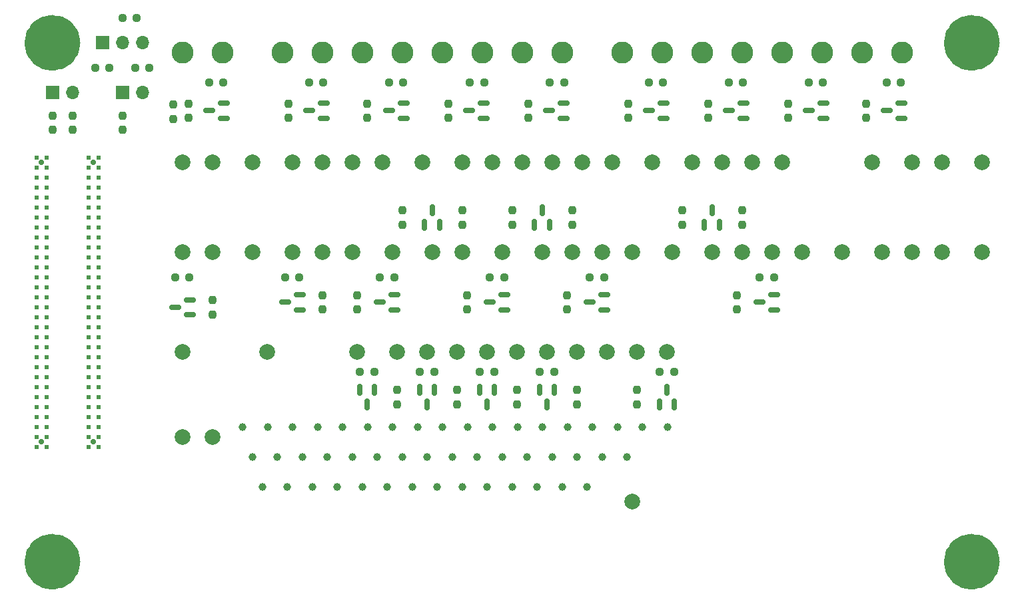
<source format=gbr>
%TF.GenerationSoftware,KiCad,Pcbnew,(6.0.5)*%
%TF.CreationDate,2023-01-12T09:35:21-05:00*%
%TF.ProjectId,breakout,62726561-6b6f-4757-942e-6b696361645f,rev?*%
%TF.SameCoordinates,Original*%
%TF.FileFunction,Soldermask,Bot*%
%TF.FilePolarity,Negative*%
%FSLAX46Y46*%
G04 Gerber Fmt 4.6, Leading zero omitted, Abs format (unit mm)*
G04 Created by KiCad (PCBNEW (6.0.5)) date 2023-01-12 09:35:21*
%MOMM*%
%LPD*%
G01*
G04 APERTURE LIST*
G04 Aperture macros list*
%AMRoundRect*
0 Rectangle with rounded corners*
0 $1 Rounding radius*
0 $2 $3 $4 $5 $6 $7 $8 $9 X,Y pos of 4 corners*
0 Add a 4 corners polygon primitive as box body*
4,1,4,$2,$3,$4,$5,$6,$7,$8,$9,$2,$3,0*
0 Add four circle primitives for the rounded corners*
1,1,$1+$1,$2,$3*
1,1,$1+$1,$4,$5*
1,1,$1+$1,$6,$7*
1,1,$1+$1,$8,$9*
0 Add four rect primitives between the rounded corners*
20,1,$1+$1,$2,$3,$4,$5,0*
20,1,$1+$1,$4,$5,$6,$7,0*
20,1,$1+$1,$6,$7,$8,$9,0*
20,1,$1+$1,$8,$9,$2,$3,0*%
G04 Aperture macros list end*
%ADD10C,3.556000*%
%ADD11C,0.609600*%
%ADD12C,0.740000*%
%ADD13C,2.000000*%
%ADD14C,1.000000*%
%ADD15C,2.800000*%
%ADD16R,1.700000X1.700000*%
%ADD17O,1.700000X1.700000*%
%ADD18C,3.200000*%
%ADD19RoundRect,0.237500X-0.250000X-0.237500X0.250000X-0.237500X0.250000X0.237500X-0.250000X0.237500X0*%
%ADD20RoundRect,0.237500X0.237500X-0.250000X0.237500X0.250000X-0.237500X0.250000X-0.237500X-0.250000X0*%
%ADD21RoundRect,0.237500X0.250000X0.237500X-0.250000X0.237500X-0.250000X-0.237500X0.250000X-0.237500X0*%
%ADD22RoundRect,0.237500X-0.237500X0.250000X-0.237500X-0.250000X0.237500X-0.250000X0.237500X0.250000X0*%
%ADD23RoundRect,0.150000X-0.150000X0.587500X-0.150000X-0.587500X0.150000X-0.587500X0.150000X0.587500X0*%
%ADD24RoundRect,0.150000X0.150000X-0.587500X0.150000X0.587500X-0.150000X0.587500X-0.150000X-0.587500X0*%
%ADD25RoundRect,0.150000X0.587500X0.150000X-0.587500X0.150000X-0.587500X-0.150000X0.587500X-0.150000X0*%
G04 APERTURE END LIST*
D10*
X184658000Y-132080000D02*
G75*
G03*
X184658000Y-132080000I-1778000J0D01*
G01*
X67818000Y-66040000D02*
G75*
G03*
X67818000Y-66040000I-1778000J0D01*
G01*
X184658000Y-66040000D02*
G75*
G03*
X184658000Y-66040000I-1778000J0D01*
G01*
X67818000Y-132080000D02*
G75*
G03*
X67818000Y-132080000I-1778000J0D01*
G01*
D11*
%TO.C,J301*%
X64008000Y-116205000D03*
D12*
X64643000Y-81280000D03*
D11*
X64008000Y-100965000D03*
X64008000Y-88265000D03*
X65278000Y-94615000D03*
X65278000Y-114935000D03*
X65278000Y-89535000D03*
X64008000Y-90805000D03*
X65278000Y-108585000D03*
X65278000Y-92075000D03*
X65278000Y-98425000D03*
X64008000Y-89535000D03*
X65278000Y-90805000D03*
X65278000Y-100965000D03*
X65278000Y-93345000D03*
X64008000Y-85725000D03*
X65278000Y-112395000D03*
X64008000Y-114935000D03*
X64008000Y-92075000D03*
X64008000Y-113665000D03*
X64008000Y-108585000D03*
X65278000Y-86995000D03*
X64008000Y-86995000D03*
X64008000Y-111125000D03*
X65278000Y-109855000D03*
X64008000Y-95885000D03*
X65278000Y-113665000D03*
X65278000Y-80645000D03*
X64008000Y-117475000D03*
X64008000Y-84455000D03*
X65278000Y-85725000D03*
X64008000Y-103505000D03*
X65278000Y-84455000D03*
X65278000Y-102235000D03*
X65278000Y-107315000D03*
X64008000Y-93345000D03*
X65278000Y-99695000D03*
X65278000Y-117475000D03*
X65278000Y-97155000D03*
X64008000Y-112395000D03*
X64008000Y-109855000D03*
X64008000Y-97155000D03*
X65278000Y-106045000D03*
X65278000Y-103505000D03*
X64008000Y-81915000D03*
X64008000Y-94615000D03*
X64008000Y-107315000D03*
X64008000Y-106045000D03*
X65278000Y-88265000D03*
X64008000Y-98425000D03*
X65278000Y-83185000D03*
X65278000Y-95885000D03*
X64008000Y-83185000D03*
X65278000Y-116205000D03*
X64008000Y-80645000D03*
X65278000Y-111125000D03*
X64008000Y-102235000D03*
X64008000Y-104775000D03*
X65278000Y-104775000D03*
X64008000Y-99695000D03*
D12*
X64643000Y-116840000D03*
D11*
X65278000Y-81915000D03*
%TD*%
%TO.C,J300*%
X70612000Y-116205000D03*
D12*
X71247000Y-81280000D03*
D11*
X70612000Y-100965000D03*
X70612000Y-88265000D03*
X71882000Y-94615000D03*
X71882000Y-114935000D03*
X71882000Y-89535000D03*
X70612000Y-90805000D03*
X71882000Y-108585000D03*
X71882000Y-92075000D03*
X71882000Y-98425000D03*
X70612000Y-89535000D03*
X71882000Y-90805000D03*
X71882000Y-100965000D03*
X71882000Y-93345000D03*
X70612000Y-85725000D03*
X71882000Y-112395000D03*
X70612000Y-114935000D03*
X70612000Y-92075000D03*
X70612000Y-113665000D03*
X70612000Y-108585000D03*
X71882000Y-86995000D03*
X70612000Y-86995000D03*
X70612000Y-111125000D03*
X71882000Y-109855000D03*
X70612000Y-95885000D03*
X71882000Y-113665000D03*
X71882000Y-80645000D03*
X70612000Y-117475000D03*
X70612000Y-84455000D03*
X71882000Y-85725000D03*
X70612000Y-103505000D03*
X71882000Y-84455000D03*
X71882000Y-102235000D03*
X71882000Y-107315000D03*
X70612000Y-93345000D03*
X71882000Y-99695000D03*
X71882000Y-117475000D03*
X71882000Y-97155000D03*
X70612000Y-112395000D03*
X70612000Y-109855000D03*
X70612000Y-97155000D03*
X71882000Y-106045000D03*
X71882000Y-103505000D03*
X70612000Y-81915000D03*
X70612000Y-94615000D03*
X70612000Y-107315000D03*
X70612000Y-106045000D03*
X71882000Y-88265000D03*
X70612000Y-98425000D03*
X71882000Y-83185000D03*
X71882000Y-95885000D03*
X70612000Y-83185000D03*
X71882000Y-116205000D03*
X70612000Y-80645000D03*
X71882000Y-111125000D03*
X70612000Y-102235000D03*
X70612000Y-104775000D03*
X71882000Y-104775000D03*
X70612000Y-99695000D03*
D12*
X71247000Y-116840000D03*
D11*
X71882000Y-81915000D03*
%TD*%
D13*
%TO.C,TP28*%
X128905000Y-105410000D03*
%TD*%
D14*
%TO.C,TP9*%
X116840000Y-118745000D03*
%TD*%
%TO.C,TP4*%
X97790000Y-118745000D03*
%TD*%
%TO.C,TP83*%
X134685000Y-114935000D03*
%TD*%
%TO.C,TP94*%
X100965000Y-118745000D03*
%TD*%
%TO.C,TP100*%
X126365000Y-118745000D03*
%TD*%
D13*
%TO.C,TP91*%
X96520000Y-81280000D03*
%TD*%
D14*
%TO.C,TP113*%
X127635000Y-122555000D03*
%TD*%
D13*
%TO.C,TP87*%
X179070000Y-92710000D03*
%TD*%
%TO.C,TP44*%
X100330000Y-92710000D03*
%TD*%
D14*
%TO.C,TP11*%
X129540000Y-118745000D03*
%TD*%
D13*
%TO.C,TP105*%
X144145000Y-105410000D03*
%TD*%
%TO.C,TP88*%
X121285000Y-105410000D03*
%TD*%
D15*
%TO.C,TP49*%
X148590000Y-67310000D03*
%TD*%
D13*
%TO.C,TP120*%
X132715000Y-105410000D03*
%TD*%
D16*
%TO.C,P1*%
X72390000Y-66040000D03*
D17*
X74930000Y-66040000D03*
X77470000Y-66040000D03*
%TD*%
D14*
%TO.C,TP20*%
X105410000Y-122555000D03*
%TD*%
D13*
%TO.C,TP42*%
X118110000Y-92710000D03*
%TD*%
D14*
%TO.C,TP45*%
X109285000Y-114935000D03*
%TD*%
D16*
%TO.C,P3*%
X74930000Y-72390000D03*
D17*
X77470000Y-72390000D03*
%TD*%
D14*
%TO.C,TP102*%
X139065000Y-118745000D03*
%TD*%
D13*
%TO.C,TP30*%
X125095000Y-105410000D03*
%TD*%
%TO.C,TP116*%
X166370000Y-92710000D03*
%TD*%
%TO.C,TP116*%
X91440000Y-92710000D03*
%TD*%
D14*
%TO.C,TP7*%
X104140000Y-118745000D03*
%TD*%
%TO.C,TP48*%
X121985000Y-114935000D03*
%TD*%
%TO.C,TP46*%
X112460000Y-114935000D03*
%TD*%
D13*
%TO.C,TP80*%
X135890000Y-92710000D03*
%TD*%
D14*
%TO.C,TP22*%
X118110000Y-122555000D03*
%TD*%
D15*
%TO.C,TP60*%
X105410000Y-67310000D03*
%TD*%
D14*
%TO.C,TP12*%
X135890000Y-118745000D03*
%TD*%
%TO.C,TP23*%
X124460000Y-122555000D03*
%TD*%
%TO.C,TP10*%
X123190000Y-118745000D03*
%TD*%
%TO.C,TP74*%
X106110000Y-114935000D03*
%TD*%
D13*
%TO.C,TP116*%
X91440000Y-81280000D03*
%TD*%
%TO.C,TP66*%
X179070000Y-81280000D03*
%TD*%
%TO.C,TP116*%
X142240000Y-81280000D03*
%TD*%
%TO.C,TP59*%
X100330000Y-81280000D03*
%TD*%
D14*
%TO.C,TP97*%
X107315000Y-118745000D03*
%TD*%
D15*
%TO.C,TP108*%
X143510000Y-67310000D03*
%TD*%
D14*
%TO.C,TP24*%
X130810000Y-122555000D03*
%TD*%
D13*
%TO.C,TP61*%
X117475000Y-105410000D03*
%TD*%
D15*
%TO.C,TP32*%
X130810000Y-67310000D03*
%TD*%
D14*
%TO.C,TP99*%
X120015000Y-118745000D03*
%TD*%
D13*
%TO.C,TP13*%
X86360000Y-116205000D03*
%TD*%
D15*
%TO.C,TP62*%
X100330000Y-67310000D03*
%TD*%
D13*
%TO.C,TP95*%
X133350000Y-81280000D03*
%TD*%
D15*
%TO.C,TP2*%
X125730000Y-67310000D03*
%TD*%
D14*
%TO.C,TP98*%
X113665000Y-118745000D03*
%TD*%
D13*
%TO.C,TP5*%
X129540000Y-81280000D03*
%TD*%
%TO.C,TP82*%
X128270000Y-92710000D03*
%TD*%
D15*
%TO.C,TP16*%
X138430000Y-67310000D03*
%TD*%
D13*
%TO.C,TP64*%
X82550000Y-116205000D03*
%TD*%
%TO.C,TP47*%
X93345000Y-105410000D03*
%TD*%
%TO.C,TP54*%
X82550000Y-92710000D03*
%TD*%
D14*
%TO.C,TP51*%
X128335000Y-114935000D03*
%TD*%
%TO.C,TP81*%
X131510000Y-114935000D03*
%TD*%
D13*
%TO.C,TP43*%
X96520000Y-92710000D03*
%TD*%
D14*
%TO.C,TP21*%
X111760000Y-122555000D03*
%TD*%
D13*
%TO.C,TP57*%
X175260000Y-92710000D03*
%TD*%
D14*
%TO.C,TP55*%
X141035000Y-114935000D03*
%TD*%
%TO.C,TP85*%
X144210000Y-114935000D03*
%TD*%
D15*
%TO.C,TP29*%
X110490000Y-67310000D03*
%TD*%
D14*
%TO.C,TP84*%
X137860000Y-114935000D03*
%TD*%
D13*
%TO.C,TP37*%
X157480000Y-92710000D03*
%TD*%
D14*
%TO.C,TP39*%
X96585000Y-114935000D03*
%TD*%
D13*
%TO.C,TP63*%
X86360000Y-81280000D03*
%TD*%
D18*
%TO.C,REF\u002A\u002A*%
X182880000Y-66040000D03*
%TD*%
D13*
%TO.C,TP116*%
X113030000Y-81280000D03*
%TD*%
%TO.C,TP52*%
X132080000Y-92710000D03*
%TD*%
%TO.C,TP1*%
X107950000Y-81280000D03*
%TD*%
D14*
%TO.C,TP111*%
X114935000Y-122555000D03*
%TD*%
D13*
%TO.C,TP40*%
X140335000Y-105410000D03*
%TD*%
%TO.C,TP116*%
X109220000Y-92710000D03*
%TD*%
%TO.C,TP6*%
X121920000Y-81280000D03*
%TD*%
D15*
%TO.C,TP90*%
X115570000Y-67310000D03*
%TD*%
D14*
%TO.C,TP112*%
X121285000Y-122555000D03*
%TD*%
D13*
%TO.C,TP33*%
X82550000Y-81280000D03*
%TD*%
D14*
%TO.C,TP68*%
X93410000Y-114935000D03*
%TD*%
D13*
%TO.C,TP116*%
X184150000Y-81280000D03*
%TD*%
D14*
%TO.C,TP79*%
X125160000Y-114935000D03*
%TD*%
D16*
%TO.C,P2*%
X66040000Y-72390000D03*
D17*
X68580000Y-72390000D03*
%TD*%
D13*
%TO.C,TP103*%
X151130000Y-81280000D03*
%TD*%
%TO.C,TP116*%
X144780000Y-92710000D03*
%TD*%
%TO.C,TP72*%
X114300000Y-92710000D03*
%TD*%
D14*
%TO.C,TP3*%
X91440000Y-118745000D03*
%TD*%
D13*
%TO.C,TP116*%
X139700000Y-124460000D03*
%TD*%
D14*
%TO.C,TP109*%
X102235000Y-122555000D03*
%TD*%
%TO.C,TP69*%
X99760000Y-114935000D03*
%TD*%
D13*
%TO.C,TP96*%
X125730000Y-81280000D03*
%TD*%
%TO.C,TP36*%
X175260000Y-81280000D03*
%TD*%
D14*
%TO.C,TP110*%
X108585000Y-122555000D03*
%TD*%
D18*
%TO.C,REF\u002A\u002A*%
X66040000Y-132080000D03*
%TD*%
D14*
%TO.C,TP101*%
X132715000Y-118745000D03*
%TD*%
D13*
%TO.C,TP71*%
X149860000Y-92710000D03*
%TD*%
%TO.C,TP75*%
X118110000Y-81280000D03*
%TD*%
D14*
%TO.C,TP93*%
X94615000Y-118745000D03*
%TD*%
%TO.C,TP70*%
X102935000Y-114935000D03*
%TD*%
%TO.C,TP8*%
X110490000Y-118745000D03*
%TD*%
D13*
%TO.C,TP56*%
X82550000Y-105410000D03*
%TD*%
D15*
%TO.C,TP78*%
X168910000Y-67310000D03*
%TD*%
D13*
%TO.C,TP31*%
X109855000Y-105410000D03*
%TD*%
D14*
%TO.C,TP14*%
X92710000Y-122555000D03*
%TD*%
D15*
%TO.C,TP27*%
X87630000Y-67310000D03*
%TD*%
D13*
%TO.C,TP116*%
X184150000Y-92710000D03*
%TD*%
D15*
%TO.C,TP107*%
X153670000Y-67310000D03*
%TD*%
D13*
%TO.C,TP35*%
X154940000Y-81280000D03*
%TD*%
D18*
%TO.C,REF\u002A\u002A*%
X182880000Y-132080000D03*
%TD*%
D14*
%TO.C,TP104*%
X95885000Y-122555000D03*
%TD*%
D15*
%TO.C,TP119*%
X120650000Y-67310000D03*
%TD*%
%TO.C,TP25*%
X82550000Y-67310000D03*
%TD*%
%TO.C,TP92*%
X95250000Y-67310000D03*
%TD*%
D13*
%TO.C,TP86*%
X171450000Y-92710000D03*
%TD*%
D14*
%TO.C,TP19*%
X99060000Y-122555000D03*
%TD*%
%TO.C,TP34*%
X90235000Y-114935000D03*
%TD*%
%TO.C,TP76*%
X115635000Y-114935000D03*
%TD*%
D13*
%TO.C,TP116*%
X104775000Y-105410000D03*
%TD*%
D15*
%TO.C,TP17*%
X163830000Y-67310000D03*
%TD*%
D13*
%TO.C,TP73*%
X104140000Y-92710000D03*
%TD*%
%TO.C,TP58*%
X113665000Y-105410000D03*
%TD*%
%TO.C,TP67*%
X161290000Y-92710000D03*
%TD*%
%TO.C,TP50*%
X139700000Y-92710000D03*
%TD*%
%TO.C,TP89*%
X104140000Y-81280000D03*
%TD*%
%TO.C,TP18*%
X137160000Y-81280000D03*
%TD*%
D15*
%TO.C,TP15*%
X158750000Y-67310000D03*
%TD*%
D18*
%TO.C,REF\u002A\u002A*%
X66040000Y-66040000D03*
%TD*%
D13*
%TO.C,TP65*%
X158750000Y-81280000D03*
%TD*%
%TO.C,TP38*%
X147320000Y-81280000D03*
%TD*%
%TO.C,TP41*%
X153670000Y-92710000D03*
%TD*%
%TO.C,TP116*%
X170180000Y-81280000D03*
%TD*%
%TO.C,TP118*%
X136525000Y-105410000D03*
%TD*%
D14*
%TO.C,TP114*%
X133985000Y-122555000D03*
%TD*%
D15*
%TO.C,TP26*%
X173990000Y-67310000D03*
%TD*%
D13*
%TO.C,TP53*%
X86360000Y-92710000D03*
%TD*%
D14*
%TO.C,TP77*%
X118810000Y-114935000D03*
%TD*%
D13*
%TO.C,TP116*%
X123190000Y-92710000D03*
%TD*%
D19*
%TO.C,R35*%
X141835500Y-71120000D03*
X143660500Y-71120000D03*
%TD*%
D20*
%TO.C,R2*%
X109855000Y-112037500D03*
X109855000Y-110212500D03*
%TD*%
D21*
%TO.C,R1*%
X106957500Y-107950000D03*
X105132500Y-107950000D03*
%TD*%
D22*
%TO.C,R13*%
X140335000Y-112037500D03*
X140335000Y-110212500D03*
%TD*%
D21*
%TO.C,R8*%
X129817500Y-107950000D03*
X127992500Y-107950000D03*
%TD*%
D23*
%TO.C,Q5*%
X127955000Y-110187500D03*
X129855000Y-110187500D03*
X128905000Y-112062500D03*
%TD*%
D19*
%TO.C,R28*%
X134342500Y-95885000D03*
X136167500Y-95885000D03*
%TD*%
%TO.C,R52*%
X172061500Y-71120000D03*
X173886500Y-71120000D03*
%TD*%
D22*
%TO.C,R25*%
X106045000Y-73763500D03*
X106045000Y-75588500D03*
%TD*%
D23*
%TO.C,Q2*%
X112715000Y-110187500D03*
X114615000Y-110187500D03*
X113665000Y-112062500D03*
%TD*%
D22*
%TO.C,R42*%
X146050000Y-87352500D03*
X146050000Y-89177500D03*
%TD*%
D20*
%TO.C,R48*%
X66045000Y-77112500D03*
X66045000Y-75287500D03*
%TD*%
%TO.C,R49*%
X68585000Y-77112500D03*
X68585000Y-75287500D03*
%TD*%
D24*
%TO.C,Q21*%
X149860000Y-87327500D03*
X148910000Y-89202500D03*
X150810000Y-89202500D03*
%TD*%
D20*
%TO.C,R32*%
X132080000Y-87352500D03*
X132080000Y-89177500D03*
%TD*%
D25*
%TO.C,Q12*%
X110665500Y-73726000D03*
X110665500Y-75626000D03*
X108790500Y-74676000D03*
%TD*%
D22*
%TO.C,R41*%
X159512000Y-73763500D03*
X159512000Y-75588500D03*
%TD*%
D25*
%TO.C,Q16*%
X130985500Y-73726000D03*
X130985500Y-75626000D03*
X129110500Y-74676000D03*
%TD*%
D20*
%TO.C,R6*%
X125095000Y-112037500D03*
X125095000Y-110212500D03*
%TD*%
D21*
%TO.C,R5*%
X122197500Y-107950000D03*
X120372500Y-107950000D03*
%TD*%
D20*
%TO.C,R10*%
X132715000Y-110212500D03*
X132715000Y-112037500D03*
%TD*%
D23*
%TO.C,Q3*%
X120335000Y-110187500D03*
X122235000Y-110187500D03*
X121285000Y-112062500D03*
%TD*%
D25*
%TO.C,Q18*%
X143685500Y-73726000D03*
X143685500Y-75626000D03*
X141810500Y-74676000D03*
%TD*%
%TO.C,Q8*%
X87805500Y-73726000D03*
X87805500Y-75626000D03*
X85930500Y-74676000D03*
%TD*%
D19*
%TO.C,R19*%
X98655500Y-71120000D03*
X100480500Y-71120000D03*
%TD*%
%TO.C,R39*%
X162155500Y-71120000D03*
X163980500Y-71120000D03*
%TD*%
D20*
%TO.C,R22*%
X118745000Y-99972500D03*
X118745000Y-98147500D03*
%TD*%
D25*
%TO.C,Q10*%
X100505500Y-73726000D03*
X100505500Y-75626000D03*
X98630500Y-74676000D03*
%TD*%
D21*
%TO.C,R12*%
X97432500Y-95885000D03*
X95607500Y-95885000D03*
%TD*%
D19*
%TO.C,R11*%
X143232500Y-107950000D03*
X145057500Y-107950000D03*
%TD*%
%TO.C,R23*%
X108815500Y-71120000D03*
X110640500Y-71120000D03*
%TD*%
D24*
%TO.C,Q13*%
X115250000Y-89202500D03*
X113350000Y-89202500D03*
X114300000Y-87327500D03*
%TD*%
D25*
%TO.C,Q22*%
X153845500Y-73726000D03*
X153845500Y-75626000D03*
X151970500Y-74676000D03*
%TD*%
D21*
%TO.C,R3*%
X114577500Y-107950000D03*
X112752500Y-107950000D03*
%TD*%
D22*
%TO.C,R34*%
X124460000Y-87352500D03*
X124460000Y-89177500D03*
%TD*%
D21*
%TO.C,R45*%
X73302500Y-69215000D03*
X71477500Y-69215000D03*
%TD*%
D20*
%TO.C,R18*%
X104775000Y-99972500D03*
X104775000Y-98147500D03*
%TD*%
D25*
%TO.C,Q14*%
X120825500Y-73726000D03*
X120825500Y-75626000D03*
X118950500Y-74676000D03*
%TD*%
%TO.C,Q15*%
X136192500Y-98110000D03*
X136192500Y-100010000D03*
X134317500Y-99060000D03*
%TD*%
D20*
%TO.C,R24*%
X118110000Y-89177500D03*
X118110000Y-87352500D03*
%TD*%
%TO.C,R51*%
X81407000Y-75715500D03*
X81407000Y-73890500D03*
%TD*%
D19*
%TO.C,R15*%
X85955500Y-71120000D03*
X87780500Y-71120000D03*
%TD*%
%TO.C,R27*%
X119102500Y-71120000D03*
X120927500Y-71120000D03*
%TD*%
%TO.C,R43*%
X151995500Y-71120000D03*
X153820500Y-71120000D03*
%TD*%
D25*
%TO.C,Q4*%
X83487500Y-98745000D03*
X83487500Y-100645000D03*
X81612500Y-99695000D03*
%TD*%
D19*
%TO.C,R36*%
X155932500Y-95885000D03*
X157757500Y-95885000D03*
%TD*%
D20*
%TO.C,R38*%
X153035000Y-99972500D03*
X153035000Y-98147500D03*
%TD*%
D19*
%TO.C,R47*%
X78382500Y-69215000D03*
X76557500Y-69215000D03*
%TD*%
D22*
%TO.C,R53*%
X169418000Y-73763500D03*
X169418000Y-75588500D03*
%TD*%
D21*
%TO.C,R7*%
X83462500Y-95885000D03*
X81637500Y-95885000D03*
%TD*%
D24*
%TO.C,Q17*%
X128270000Y-87327500D03*
X127320000Y-89202500D03*
X129220000Y-89202500D03*
%TD*%
D25*
%TO.C,Q11*%
X123492500Y-98110000D03*
X123492500Y-100010000D03*
X121617500Y-99060000D03*
%TD*%
D19*
%TO.C,R20*%
X121642500Y-95885000D03*
X123467500Y-95885000D03*
%TD*%
D20*
%TO.C,R50*%
X74935000Y-77112500D03*
X74935000Y-75287500D03*
%TD*%
D22*
%TO.C,R44*%
X149352000Y-73763500D03*
X149352000Y-75588500D03*
%TD*%
D25*
%TO.C,Q23*%
X173911500Y-73726000D03*
X173911500Y-75626000D03*
X172036500Y-74676000D03*
%TD*%
D23*
%TO.C,Q1*%
X106045000Y-112062500D03*
X106995000Y-110187500D03*
X105095000Y-110187500D03*
%TD*%
D25*
%TO.C,Q19*%
X157782500Y-98110000D03*
X157782500Y-100010000D03*
X155907500Y-99060000D03*
%TD*%
D19*
%TO.C,R16*%
X107672500Y-95885000D03*
X109497500Y-95885000D03*
%TD*%
D20*
%TO.C,R9*%
X86360000Y-100607500D03*
X86360000Y-98782500D03*
%TD*%
D25*
%TO.C,Q20*%
X164005500Y-73726000D03*
X164005500Y-75626000D03*
X162130500Y-74676000D03*
%TD*%
D21*
%TO.C,R46*%
X76755000Y-62865000D03*
X74930000Y-62865000D03*
%TD*%
D22*
%TO.C,R26*%
X110490000Y-87352500D03*
X110490000Y-89177500D03*
%TD*%
D20*
%TO.C,R40*%
X153670000Y-89177500D03*
X153670000Y-87352500D03*
%TD*%
D22*
%TO.C,R33*%
X126492000Y-73763500D03*
X126492000Y-75588500D03*
%TD*%
D19*
%TO.C,R31*%
X129262500Y-71120000D03*
X131087500Y-71120000D03*
%TD*%
D24*
%TO.C,Q6*%
X145095000Y-112062500D03*
X143195000Y-112062500D03*
X144145000Y-110187500D03*
%TD*%
D20*
%TO.C,R4*%
X117475000Y-112037500D03*
X117475000Y-110212500D03*
%TD*%
D22*
%TO.C,R29*%
X116332000Y-73763500D03*
X116332000Y-75588500D03*
%TD*%
D25*
%TO.C,Q9*%
X109522500Y-98110000D03*
X109522500Y-100010000D03*
X107647500Y-99060000D03*
%TD*%
D20*
%TO.C,R14*%
X100330000Y-99972500D03*
X100330000Y-98147500D03*
%TD*%
D22*
%TO.C,R17*%
X83312000Y-73763500D03*
X83312000Y-75588500D03*
%TD*%
%TO.C,R37*%
X139192000Y-73763500D03*
X139192000Y-75588500D03*
%TD*%
D20*
%TO.C,R30*%
X131445000Y-99972500D03*
X131445000Y-98147500D03*
%TD*%
D22*
%TO.C,R21*%
X96012000Y-73763500D03*
X96012000Y-75588500D03*
%TD*%
D25*
%TO.C,Q7*%
X97457500Y-98110000D03*
X97457500Y-100010000D03*
X95582500Y-99060000D03*
%TD*%
M02*

</source>
